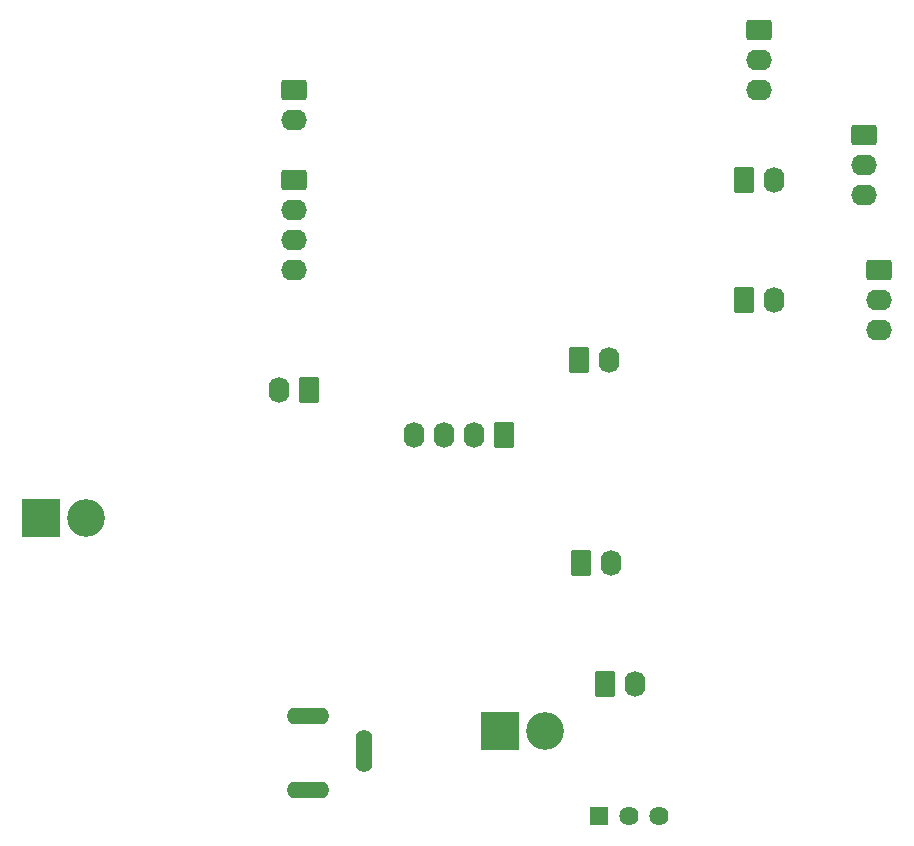
<source format=gbr>
G04 #@! TF.GenerationSoftware,KiCad,Pcbnew,9.0.0*
G04 #@! TF.CreationDate,2025-03-03T16:58:55-06:00*
G04 #@! TF.ProjectId,Group52HeatedBridge,47726f75-7035-4324-9865-617465644272,rev?*
G04 #@! TF.SameCoordinates,Original*
G04 #@! TF.FileFunction,Soldermask,Bot*
G04 #@! TF.FilePolarity,Negative*
%FSLAX46Y46*%
G04 Gerber Fmt 4.6, Leading zero omitted, Abs format (unit mm)*
G04 Created by KiCad (PCBNEW 9.0.0) date 2025-03-03 16:58:55*
%MOMM*%
%LPD*%
G01*
G04 APERTURE LIST*
G04 Aperture macros list*
%AMRoundRect*
0 Rectangle with rounded corners*
0 $1 Rounding radius*
0 $2 $3 $4 $5 $6 $7 $8 $9 X,Y pos of 4 corners*
0 Add a 4 corners polygon primitive as box body*
4,1,4,$2,$3,$4,$5,$6,$7,$8,$9,$2,$3,0*
0 Add four circle primitives for the rounded corners*
1,1,$1+$1,$2,$3*
1,1,$1+$1,$4,$5*
1,1,$1+$1,$6,$7*
1,1,$1+$1,$8,$9*
0 Add four rect primitives between the rounded corners*
20,1,$1+$1,$2,$3,$4,$5,0*
20,1,$1+$1,$4,$5,$6,$7,0*
20,1,$1+$1,$6,$7,$8,$9,0*
20,1,$1+$1,$8,$9,$2,$3,0*%
G04 Aperture macros list end*
%ADD10O,1.400000X3.600000*%
%ADD11O,3.600000X1.400000*%
%ADD12RoundRect,0.250000X-0.845000X0.620000X-0.845000X-0.620000X0.845000X-0.620000X0.845000X0.620000X0*%
%ADD13O,2.190000X1.740000*%
%ADD14RoundRect,0.250000X0.620000X0.845000X-0.620000X0.845000X-0.620000X-0.845000X0.620000X-0.845000X0*%
%ADD15O,1.740000X2.190000*%
%ADD16R,3.200000X3.200000*%
%ADD17O,3.200000X3.200000*%
%ADD18RoundRect,0.250000X-0.620000X-0.845000X0.620000X-0.845000X0.620000X0.845000X-0.620000X0.845000X0*%
%ADD19R,1.625600X1.625600*%
%ADD20C,1.625600*%
G04 APERTURE END LIST*
D10*
G04 #@! TO.C,J11*
X134213000Y-128349000D03*
D11*
X129413000Y-131599000D03*
X129413000Y-125349000D03*
G04 #@! TD*
D12*
G04 #@! TO.C,J2*
X128270000Y-80010000D03*
D13*
X128270000Y-82550000D03*
X128270000Y-85090000D03*
X128270000Y-87630000D03*
G04 #@! TD*
D14*
G04 #@! TO.C,J7*
X129540000Y-97790000D03*
D15*
X127000000Y-97790000D03*
G04 #@! TD*
D12*
G04 #@! TO.C,J3*
X177800000Y-87630000D03*
D13*
X177800000Y-90170000D03*
X177800000Y-92710000D03*
G04 #@! TD*
D16*
G04 #@! TO.C,D1*
X106815000Y-108585000D03*
D17*
X110625000Y-108585000D03*
G04 #@! TD*
D18*
G04 #@! TO.C,J10*
X166370000Y-80010000D03*
D15*
X168910000Y-80010000D03*
G04 #@! TD*
D18*
G04 #@! TO.C,J6*
X166370000Y-90170000D03*
D15*
X168910000Y-90170000D03*
G04 #@! TD*
D12*
G04 #@! TO.C,J4*
X176510000Y-76200000D03*
D13*
X176510000Y-78740000D03*
X176510000Y-81280000D03*
G04 #@! TD*
D12*
G04 #@! TO.C,J8*
X128270000Y-72390000D03*
D13*
X128270000Y-74930000D03*
G04 #@! TD*
D14*
G04 #@! TO.C,J5*
X146050000Y-101600000D03*
D15*
X143510000Y-101600000D03*
X140970000Y-101600000D03*
X138430000Y-101600000D03*
G04 #@! TD*
D19*
G04 #@! TO.C,U3*
X154051000Y-133858000D03*
D20*
X156591000Y-133858000D03*
X159131000Y-133858000D03*
G04 #@! TD*
D18*
G04 #@! TO.C,J13*
X154559000Y-122682000D03*
D15*
X157099000Y-122682000D03*
G04 #@! TD*
D18*
G04 #@! TO.C,J9*
X152400000Y-95250000D03*
D15*
X154940000Y-95250000D03*
G04 #@! TD*
D16*
G04 #@! TO.C,D2*
X145677000Y-126619000D03*
D17*
X149487000Y-126619000D03*
G04 #@! TD*
D12*
G04 #@! TO.C,J1*
X167620000Y-67310000D03*
D13*
X167620000Y-69850000D03*
X167620000Y-72390000D03*
G04 #@! TD*
D18*
G04 #@! TO.C,J14*
X152527000Y-112415000D03*
D15*
X155067000Y-112415000D03*
G04 #@! TD*
M02*

</source>
